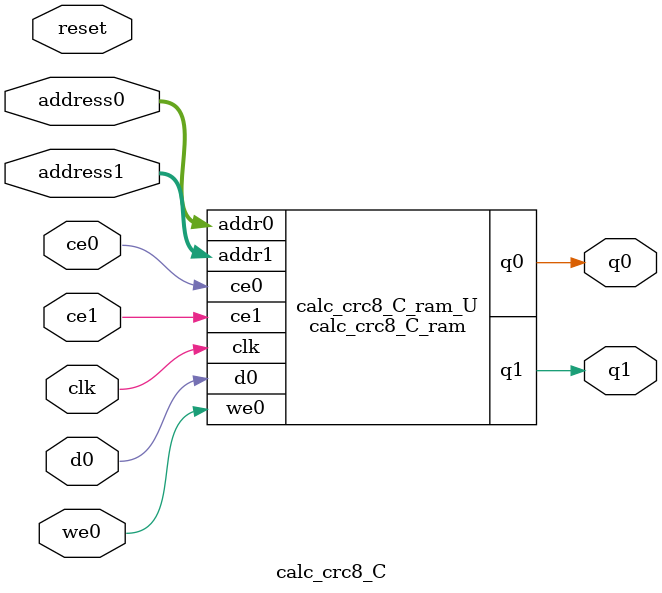
<source format=v>
`timescale 1 ns / 1 ps
module calc_crc8_C_ram (addr0, ce0, d0, we0, q0, addr1, ce1, q1,  clk);

parameter DWIDTH = 1;
parameter AWIDTH = 3;
parameter MEM_SIZE = 8;

input[AWIDTH-1:0] addr0;
input ce0;
input[DWIDTH-1:0] d0;
input we0;
output reg[DWIDTH-1:0] q0;
input[AWIDTH-1:0] addr1;
input ce1;
output reg[DWIDTH-1:0] q1;
input clk;

(* ram_style = "distributed" *)reg [DWIDTH-1:0] ram[0:MEM_SIZE-1];




always @(posedge clk)  
begin 
    if (ce0) 
    begin
        if (we0) 
        begin 
            ram[addr0] <= d0; 
        end 
        q0 <= ram[addr0];
    end
end


always @(posedge clk)  
begin 
    if (ce1) 
    begin
        q1 <= ram[addr1];
    end
end


endmodule

`timescale 1 ns / 1 ps
module calc_crc8_C(
    reset,
    clk,
    address0,
    ce0,
    we0,
    d0,
    q0,
    address1,
    ce1,
    q1);

parameter DataWidth = 32'd1;
parameter AddressRange = 32'd8;
parameter AddressWidth = 32'd3;
input reset;
input clk;
input[AddressWidth - 1:0] address0;
input ce0;
input we0;
input[DataWidth - 1:0] d0;
output[DataWidth - 1:0] q0;
input[AddressWidth - 1:0] address1;
input ce1;
output[DataWidth - 1:0] q1;



calc_crc8_C_ram calc_crc8_C_ram_U(
    .clk( clk ),
    .addr0( address0 ),
    .ce0( ce0 ),
    .we0( we0 ),
    .d0( d0 ),
    .q0( q0 ),
    .addr1( address1 ),
    .ce1( ce1 ),
    .q1( q1 ));

endmodule


</source>
